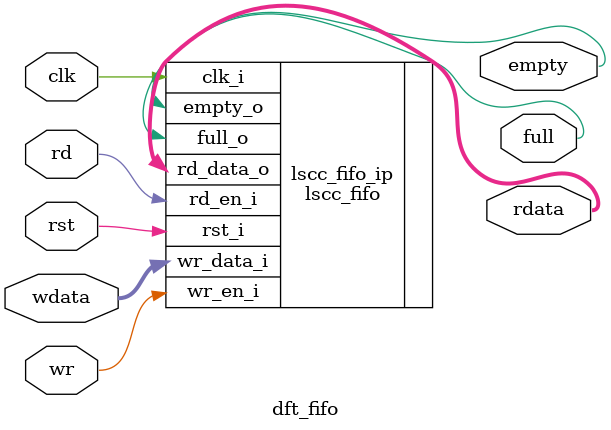
<source format=v>

module dft_fifo
#(
    parameter ADDR_W = 8,   // Memory depth
    parameter DATA_W = 12   // Data width
)(
    // System
    input  wire              clk,   // System clock
    input  wire              rst,   // System reset
    // Write interface
    input  wire [DATA_W-1:0] wdata, // Write data
    input  wire              wr,    // Write operation
    output wire              full,  // FIFO is full
    // Read interface
    output wire [DATA_W-1:0] rdata, // Read data
    input  wire              rd,    // Read operation
    output wire              empty  // FIFO is empty
);

 lscc_fifo
#(
    .IMPLEMENTATION           ("EBR"),
    .ADDRESS_DEPTH            (2**ADDR_W),
    .ADDRESS_WIDTH            (ADDR_W),
    .DATA_WIDTH               (DATA_W),
    .REGMODE                  ("wire"),
    .RESET_MODE               ("async"),
    .ENABLE_ALMOST_FULL_FLAG  ("FALSE"),
    .ENABLE_ALMOST_EMPTY_FLAG ("FALSE"),
    .ENABLE_DATA_COUNT        ("FALSE"),
    .FAMILY                   ("iCE40UP")
) lscc_fifo_ip (
    .clk_i      (clk),
    .wr_data_i  (wdata),
    .wr_en_i    (wr),
    .rd_en_i    (rd),
    .rst_i      (rst),
    .rd_data_o  (rdata),
    .full_o     (full),
    .empty_o    (empty)
);

endmodule

</source>
